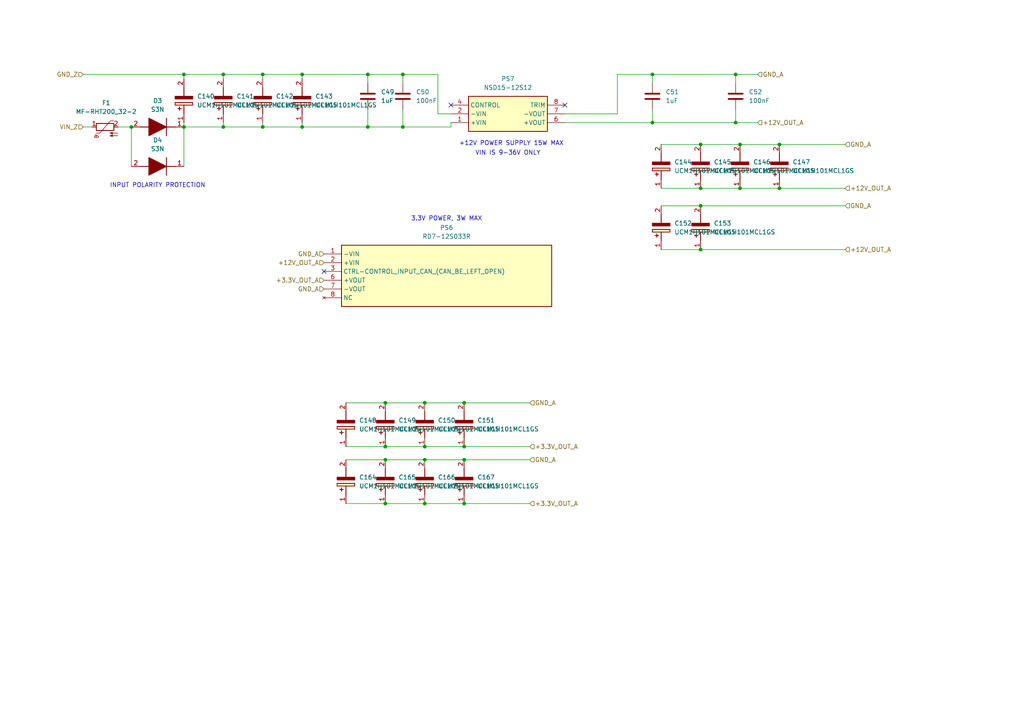
<source format=kicad_sch>
(kicad_sch (version 20250114) (generator "eeschema") (generator_version "9.0")
  (paper "A4")
  (lib_symbols
    (symbol "Device:C" (pin_numbers (hide yes)) (pin_names (offset 0.254))
      (property "Reference" "C" (at 0.635 2.54 0))
      (property "Value" "C" (at 0.635 -2.54 0))
      (symbol "C_0_1"
        (polyline (pts (xy -2.032 0.762) (xy 2.032 0.762)) (stroke (width 0.508)))
        (polyline (pts (xy -2.032 -0.762) (xy 2.032 -0.762)) (stroke (width 0.508)))
      )
      (symbol "C_1_1"
        (pin passive line (at 0 3.81 270) (length 2.794) (name "~") (number "1"))
        (pin passive line (at 0 -3.81 90) (length 2.794) (name "~") (number "2"))
      )
    )
    (symbol "InverterCom:MF-RHT200_32-2" (pin_names (hide yes))
      (property "Reference" "F" (at 8.89 6.35 0))
      (property "Value" "MF-RHT200_32-2" (at 8.89 3.81 0))
      (symbol "MF-RHT200_32-2_0_1"
        (arc (start 10.541 -2.794) (mid 10.7742 -3.069) (end 10.795 -3.429))
        (arc (start 10.287 -3.429) (mid 10.3614 -3.2494) (end 10.541 -3.175))
        (arc (start 10.541 -3.683) (mid 10.3614 -3.6086) (end 10.287 -3.429))
        (arc (start 10.795 -3.429) (mid 10.7206 -3.6086) (end 10.541 -3.683))
        (rectangle (start 10.795 0.381) (end 15.875 -1.651) (stroke (width 0.254)))
        (polyline (pts (xy 10.795 -2.413) (xy 11.811 -2.413) (xy 14.859 1.143) (xy 15.875 1.143)))
        (arc (start 10.922 -3.81) (mid 11.0185 -3.6856) (end 11.176 -3.683))
        (polyline (pts (xy 11.176 -3.175) (xy 10.541 -3.175)))
        (arc (start 11.176 -3.175) (mid 11.3556 -3.2494) (end 11.43 -3.429))
        (arc (start 11.43 -3.429) (mid 11.3556 -3.6086) (end 11.176 -3.683))
        (polyline (pts (xy 17.018 -2.413) (xy 14.732 -2.413) (xy 15.494 -2.667) (xy 15.494 -2.159) (xy 14.732 -2.413) (xy 14.986 -2.413)) (fill (type outline)))
        (polyline (pts (xy 17.018 -3.175) (xy 14.732 -3.175) (xy 15.494 -3.429) (xy 15.494 -2.921) (xy 14.732 -3.175) (xy 14.986 -3.175)) (fill (type outline)))
      )
      (symbol "MF-RHT200_32-2_1_1"
        (pin passive line (at 9.525 -0.635 0) (length 1.27) (name "~") (number "1"))
        (pin passive line (at 17.145 -0.635 180) (length 1.27) (name "~") (number "2"))
      )
    )
    (symbol "InverterCom:NSD15-12S12"
      (property "Reference" "PS" (at 29.21 7.62 0))
      (property "Value" "NSD15-12S12" (at 29.21 5.08 0))
      (symbol "NSD15-12S12_1_1"
        (rectangle (start 5.08 2.54) (end 27.94 -7.62) (stroke (width 0.254)) (fill (type background)))
        (pin passive line (at 0 0 0) (length 5.08) (name "CONTROL") (number "4"))
        (pin passive line (at 0 -2.54 0) (length 5.08) (name "-VIN") (number "2"))
        (pin passive line (at 0 -5.08 0) (length 5.08) (name "+VIN") (number "1"))
        (pin passive line (at 33.02 0 180) (length 5.08) (name "TRIM") (number "8"))
        (pin passive line (at 33.02 -2.54 180) (length 5.08) (name "-VOUT") (number "7"))
        (pin power_out line (at 33.02 -5.08 180) (length 5.08) (name "+VOUT") (number "6"))
      )
    )
    (symbol "InverterCom:RD7-12S033R"
      (property "Reference" "PS" (at 67.31 7.62 0))
      (property "Value" "RD7-12S033R" (at 67.31 5.08 0))
      (symbol "RD7-12S033R_1_1"
        (rectangle (start 5.08 2.54) (end 66.04 -15.24) (stroke (width 0.254)) (fill (type background)))
        (pin passive line (at 0 0 0) (length 5.08) (name "-VIN") (number "1"))
        (pin passive line (at 0 -2.54 0) (length 5.08) (name "+VIN") (number "2"))
        (pin passive line (at 0 -5.08 0) (length 5.08) (name "CTRL-CONTROL_INPUT_CAN_(CAN_BE_LEFT_OPEN)") (number "3"))
        (pin passive line (at 0 -7.62 0) (length 5.08) (name "+VOUT") (number "6"))
        (pin passive line (at 0 -10.16 0) (length 5.08) (name "-VOUT") (number "7"))
        (pin no_connect line (at 0 -12.7 0) (length 5.08) (name "NC") (number "8"))
      )
    )
    (symbol "InverterCom:S3N" (pin_names (hide yes))
      (property "Reference" "D" (at 11.43 5.08 0))
      (property "Value" "S3N" (at 11.43 2.54 0))
      (symbol "S3N_1_1"
        (polyline (pts (xy 2.54 0) (xy 5.08 0)) (stroke (width 0.254)))
        (polyline (pts (xy 5.08 2.54) (xy 5.08 -2.54)) (stroke (width 0.254)))
        (polyline (pts (xy 5.08 0) (xy 10.16 2.54) (xy 10.16 -2.54) (xy 5.08 0)) (stroke (width 0.254)) (fill (type outline)))
        (polyline (pts (xy 10.16 0) (xy 12.7 0)) (stroke (width 0.254)))
        (pin passive line (at 0 0 0) (length 2.54) (name "K") (number "1"))
        (pin passive line (at 15.24 0 180) (length 2.54) (name "A") (number "2"))
      )
    )
    (symbol "InverterCom:UCM1H101MCL1GS" (pin_names (hide yes))
      (property "Reference" "C" (at 8.89 6.35 0))
      (property "Value" "UCM1H101MCL1GS" (at 8.89 3.81 0))
      (symbol "UCM1H101MCL1GS_1_1"
        (polyline (pts (xy 2.54 0) (xy 5.08 0)) (stroke (width 0.254)))
        (polyline (pts (xy 4.064 1.778) (xy 4.064 0.762)) (stroke (width 0.254)))
        (polyline (pts (xy 4.572 1.27) (xy 3.556 1.27)) (stroke (width 0.254)))
        (rectangle (start 5.08 2.54) (end 5.842 -2.54) (stroke (width 0.254)) (fill (type background)))
        (polyline (pts (xy 7.62 2.54) (xy 7.62 -2.54) (xy 6.858 -2.54) (xy 6.858 2.54) (xy 7.62 2.54)) (stroke (width 0.254)) (fill (type outline)))
        (polyline (pts (xy 7.62 0) (xy 10.16 0)) (stroke (width 0.254)))
        (pin passive line (at 0 0 0) (length 2.54) (name "+") (number "1"))
        (pin passive line (at 12.7 0 180) (length 2.54) (name "-") (number "2"))
      )
    )
  )
  (text "VIN IS 9-36V ONLY" (at 147.32 44.45 0) (effects (font (size 1.27 1.27))))
  (text "INPUT POLARITY PROTECTION" (at 45.72 53.848 0) (effects (font (size 1.27 1.27))))
  (text "3.3V POWER, 3W MAX" (at 129.54 63.5 0) (effects (font (size 1.27 1.27))))
  (text "+12V POWER SUPPLY 15W MAX" (at 148.336 41.656 0) (effects (font (size 1.27 1.27))))
  (junction (at 111.76 133.35))
  (junction (at 226.06 54.61))
  (junction (at 123.19 129.54))
  (junction (at 64.77 36.83))
  (junction (at 53.34 21.59))
  (junction (at 106.68 21.59))
  (junction (at 214.63 41.91))
  (junction (at 134.62 129.54))
  (junction (at 123.19 146.05))
  (junction (at 64.77 21.59))
  (junction (at 106.68 36.83))
  (junction (at 189.23 21.59))
  (junction (at 123.19 116.84))
  (junction (at 111.76 129.54))
  (junction (at 214.63 54.61))
  (junction (at 189.23 35.56))
  (junction (at 123.19 133.35))
  (junction (at 134.62 116.84))
  (junction (at 38.1 36.83))
  (junction (at 203.2 54.61))
  (junction (at 203.2 72.39))
  (junction (at 87.63 36.83))
  (junction (at 213.36 21.59))
  (junction (at 213.36 35.56))
  (junction (at 76.2 36.83))
  (junction (at 134.62 133.35))
  (junction (at 203.2 59.69))
  (junction (at 111.76 146.05))
  (junction (at 87.63 21.59))
  (junction (at 111.76 116.84))
  (junction (at 116.84 21.59))
  (junction (at 116.84 36.83))
  (junction (at 76.2 21.59))
  (junction (at 53.34 36.83))
  (junction (at 134.62 146.05))
  (junction (at 226.06 41.91))
  (junction (at 203.2 41.91))
  (no_connect (at 163.83 30.48))
  (no_connect (at 93.98 78.74))
  (no_connect (at 130.81 30.48))
  (wire (pts (xy 191.77 72.39) (xy 203.2 72.39)))
  (wire (pts (xy 203.2 72.39) (xy 245.11 72.39)))
  (wire (pts (xy 116.84 21.59) (xy 106.68 21.59)))
  (wire (pts (xy 214.63 54.61) (xy 226.06 54.61)))
  (wire (pts (xy 53.34 21.59) (xy 64.77 21.59)))
  (wire (pts (xy 179.07 33.02) (xy 179.07 21.59)))
  (wire (pts (xy 76.2 21.59) (xy 76.2 22.86)))
  (wire (pts (xy 24.13 21.59) (xy 53.34 21.59)))
  (wire (pts (xy 34.29 36.83) (xy 38.1 36.83)))
  (wire (pts (xy 213.36 31.75) (xy 213.36 35.56)))
  (wire (pts (xy 226.06 54.61) (xy 245.11 54.61)))
  (wire (pts (xy 127 33.02) (xy 127 21.59)))
  (wire (pts (xy 111.76 129.54) (xy 123.19 129.54)))
  (wire (pts (xy 213.36 21.59) (xy 213.36 24.13)))
  (wire (pts (xy 163.83 35.56) (xy 189.23 35.56)))
  (wire (pts (xy 191.77 59.69) (xy 203.2 59.69)))
  (wire (pts (xy 87.63 36.83) (xy 87.63 35.56)))
  (wire (pts (xy 123.19 116.84) (xy 134.62 116.84)))
  (wire (pts (xy 203.2 41.91) (xy 214.63 41.91)))
  (wire (pts (xy 24.13 36.83) (xy 26.67 36.83)))
  (wire (pts (xy 111.76 116.84) (xy 123.19 116.84)))
  (wire (pts (xy 189.23 24.13) (xy 189.23 21.59)))
  (wire (pts (xy 213.36 35.56) (xy 219.71 35.56)))
  (wire (pts (xy 127 21.59) (xy 116.84 21.59)))
  (wire (pts (xy 76.2 36.83) (xy 76.2 35.56)))
  (wire (pts (xy 76.2 21.59) (xy 87.63 21.59)))
  (wire (pts (xy 226.06 41.91) (xy 245.11 41.91)))
  (wire (pts (xy 76.2 36.83) (xy 87.63 36.83)))
  (wire (pts (xy 116.84 36.83) (xy 130.81 36.83)))
  (wire (pts (xy 214.63 41.91) (xy 226.06 41.91)))
  (wire (pts (xy 64.77 36.83) (xy 64.77 35.56)))
  (wire (pts (xy 100.33 129.54) (xy 111.76 129.54)))
  (wire (pts (xy 38.1 36.83) (xy 38.1 48.26)))
  (wire (pts (xy 64.77 22.86) (xy 64.77 21.59)))
  (wire (pts (xy 100.33 116.84) (xy 111.76 116.84)))
  (wire (pts (xy 163.83 33.02) (xy 179.07 33.02)))
  (wire (pts (xy 189.23 21.59) (xy 213.36 21.59)))
  (wire (pts (xy 134.62 146.05) (xy 153.67 146.05)))
  (wire (pts (xy 116.84 31.75) (xy 116.84 36.83)))
  (wire (pts (xy 123.19 146.05) (xy 134.62 146.05)))
  (wire (pts (xy 203.2 54.61) (xy 214.63 54.61)))
  (wire (pts (xy 123.19 129.54) (xy 134.62 129.54)))
  (wire (pts (xy 116.84 21.59) (xy 116.84 24.13)))
  (wire (pts (xy 191.77 54.61) (xy 203.2 54.61)))
  (wire (pts (xy 123.19 133.35) (xy 134.62 133.35)))
  (wire (pts (xy 53.34 36.83) (xy 53.34 48.26)))
  (wire (pts (xy 111.76 146.05) (xy 123.19 146.05)))
  (wire (pts (xy 87.63 21.59) (xy 106.68 21.59)))
  (wire (pts (xy 53.34 35.56) (xy 53.34 36.83)))
  (wire (pts (xy 53.34 36.83) (xy 64.77 36.83)))
  (wire (pts (xy 87.63 36.83) (xy 106.68 36.83)))
  (wire (pts (xy 189.23 31.75) (xy 189.23 35.56)))
  (wire (pts (xy 134.62 116.84) (xy 153.67 116.84)))
  (wire (pts (xy 213.36 21.59) (xy 219.71 21.59)))
  (wire (pts (xy 87.63 21.59) (xy 87.63 22.86)))
  (wire (pts (xy 106.68 24.13) (xy 106.68 21.59)))
  (wire (pts (xy 130.81 33.02) (xy 127 33.02)))
  (wire (pts (xy 64.77 21.59) (xy 76.2 21.59)))
  (wire (pts (xy 106.68 31.75) (xy 106.68 36.83)))
  (wire (pts (xy 203.2 59.69) (xy 245.11 59.69)))
  (wire (pts (xy 191.77 41.91) (xy 203.2 41.91)))
  (wire (pts (xy 64.77 36.83) (xy 76.2 36.83)))
  (wire (pts (xy 130.81 36.83) (xy 130.81 35.56)))
  (wire (pts (xy 53.34 21.59) (xy 53.34 22.86)))
  (wire (pts (xy 106.68 36.83) (xy 116.84 36.83)))
  (wire (pts (xy 100.33 146.05) (xy 111.76 146.05)))
  (wire (pts (xy 179.07 21.59) (xy 189.23 21.59)))
  (wire (pts (xy 134.62 133.35) (xy 153.67 133.35)))
  (wire (pts (xy 189.23 35.56) (xy 213.36 35.56)))
  (wire (pts (xy 134.62 129.54) (xy 153.67 129.54)))
  (wire (pts (xy 111.76 133.35) (xy 123.19 133.35)))
  (wire (pts (xy 100.33 133.35) (xy 111.76 133.35)))
  (hierarchical_label "+12V_OUT_A" (shape input) (at 219.71 35.56 0))
  (hierarchical_label "GND_A" (shape input) (at 245.11 59.69 0))
  (hierarchical_label "GND_A" (shape input) (at 93.98 83.82 180))
  (hierarchical_label "GND_A" (shape input) (at 245.11 41.91 0))
  (hierarchical_label "+12V_OUT_A" (shape input) (at 245.11 72.39 0))
  (hierarchical_label "+3.3V_OUT_A" (shape input) (at 93.98 81.28 180))
  (hierarchical_label "GND_A" (shape input) (at 153.67 116.84 0))
  (hierarchical_label "VIN_Z" (shape input) (at 24.13 36.83 180))
  (hierarchical_label "GND_A" (shape input) (at 153.67 133.35 0))
  (hierarchical_label "+3.3V_OUT_A" (shape input) (at 153.67 146.05 0))
  (hierarchical_label "GND_A" (shape input) (at 93.98 73.66 180))
  (hierarchical_label "+12V_OUT_A" (shape input) (at 93.98 76.2 180))
  (hierarchical_label "+12V_OUT_A" (shape input) (at 245.11 54.61 0))
  (hierarchical_label "+3.3V_OUT_A" (shape input) (at 153.67 129.54 0))
  (hierarchical_label "GND_Z" (shape input) (at 24.13 21.59 180))
  (hierarchical_label "GND_A" (shape input) (at 219.71 21.59 0))
  (symbol (lib_id "InverterCom:UCM1H101MCL1GS") (at 203.2 54.61 90) (unit 1)
    (property "Reference" "C145" (at 207.01 46.9899 90) (effects (justify right)))
    (property "Value" "UCM1H101MCL1GS" (at 207.01 49.5299 90) (effects (justify right)))
    (property "Footprint" "InverterCom:CAPAE660X800N" (effects (hide yes)))
    (property "Datasheet" "http://www.nichicon.co.jp/english/products/pdfs/e-ucm.pdf" (effects (hide yes)))
    (property "Description" "Nichicon 100uF 50 V Aluminium Electrolytic Capacitor SMD, CM Series 2000h 6.3 (Dia.) x 7.7mm" (effects (hide yes)))
    (property "Height" "8" (effects (hide yes)))
    (property "Mouser Part Number" "647-UCM1H101MCL1GS" (effects (hide yes)))
    (property "Mouser Price/Stock" "https://www.mouser.co.uk/ProductDetail/Nichicon/UCM1H101MCL1GS?qs=DSgADHjnLTkk%252B%2Fewo0WoDQ%3D%3D" (effects (hide yes)))
    (property "Manufacturer_Name" "Nichicon" (effects (hide yes)))
    (property "Manufacturer_Part_Number" "UCM1H101MCL1GS" (effects (hide yes)))
  )
  (symbol (lib_id "InverterCom:UCM1H101MCL1GS") (at 64.77 35.56 90) (unit 1)
    (property "Reference" "C141" (at 68.58 27.9399 90) (effects (justify right)))
    (property "Value" "UCM1H101MCL1GS" (at 68.58 30.4799 90) (effects (justify right)))
    (property "Footprint" "InverterCom:CAPAE660X800N" (effects (hide yes)))
    (property "Datasheet" "http://www.nichicon.co.jp/english/products/pdfs/e-ucm.pdf" (effects (hide yes)))
    (property "Description" "Nichicon 100uF 50 V Aluminium Electrolytic Capacitor SMD, CM Series 2000h 6.3 (Dia.) x 7.7mm" (effects (hide yes)))
    (property "Height" "8" (effects (hide yes)))
    (property "Mouser Part Number" "647-UCM1H101MCL1GS" (effects (hide yes)))
    (property "Mouser Price/Stock" "https://www.mouser.co.uk/ProductDetail/Nichicon/UCM1H101MCL1GS?qs=DSgADHjnLTkk%252B%2Fewo0WoDQ%3D%3D" (effects (hide yes)))
    (property "Manufacturer_Name" "Nichicon" (effects (hide yes)))
    (property "Manufacturer_Part_Number" "UCM1H101MCL1GS" (effects (hide yes)))
  )
  (symbol (lib_id "Device:C") (at 213.36 27.94 0) (unit 1)
    (property "Reference" "C52" (at 217.17 26.6699 0) (effects (justify left)))
    (property "Value" "100nF" (at 217.17 29.21 0) (effects (justify left)))
    (property "Footprint" "Capacitor_SMD:C_1210_3225Metric_Pad1.33x2.70mm_HandSolder" (effects (hide yes)))
    (property "Description" "Unpolarized capacitor" (effects (hide yes)))
  )
  (symbol (lib_id "InverterCom:UCM1H101MCL1GS") (at 100.33 146.05 90) (unit 1)
    (property "Reference" "C164" (at 104.14 138.4299 90) (effects (justify right)))
    (property "Value" "UCM1H101MCL1GS" (at 104.14 140.9699 90) (effects (justify right)))
    (property "Footprint" "InverterCom:CAPAE660X800N" (effects (hide yes)))
    (property "Datasheet" "http://www.nichicon.co.jp/english/products/pdfs/e-ucm.pdf" (effects (hide yes)))
    (property "Description" "Nichicon 100uF 50 V Aluminium Electrolytic Capacitor SMD, CM Series 2000h 6.3 (Dia.) x 7.7mm" (effects (hide yes)))
    (property "Height" "8" (effects (hide yes)))
    (property "Mouser Part Number" "647-UCM1H101MCL1GS" (effects (hide yes)))
    (property "Mouser Price/Stock" "https://www.mouser.co.uk/ProductDetail/Nichicon/UCM1H101MCL1GS?qs=DSgADHjnLTkk%252B%2Fewo0WoDQ%3D%3D" (effects (hide yes)))
    (property "Manufacturer_Name" "Nichicon" (effects (hide yes)))
    (property "Manufacturer_Part_Number" "UCM1H101MCL1GS" (effects (hide yes)))
  )
  (symbol (lib_id "InverterCom:UCM1H101MCL1GS") (at 87.63 35.56 90) (unit 1)
    (property "Reference" "C143" (at 91.44 27.9399 90) (effects (justify right)))
    (property "Value" "UCM1H101MCL1GS" (at 91.44 30.4799 90) (effects (justify right)))
    (property "Footprint" "InverterCom:CAPAE660X800N" (effects (hide yes)))
    (property "Datasheet" "http://www.nichicon.co.jp/english/products/pdfs/e-ucm.pdf" (effects (hide yes)))
    (property "Description" "Nichicon 100uF 50 V Aluminium Electrolytic Capacitor SMD, CM Series 2000h 6.3 (Dia.) x 7.7mm" (effects (hide yes)))
    (property "Height" "8" (effects (hide yes)))
    (property "Mouser Part Number" "647-UCM1H101MCL1GS" (effects (hide yes)))
    (property "Mouser Price/Stock" "https://www.mouser.co.uk/ProductDetail/Nichicon/UCM1H101MCL1GS?qs=DSgADHjnLTkk%252B%2Fewo0WoDQ%3D%3D" (effects (hide yes)))
    (property "Manufacturer_Name" "Nichicon" (effects (hide yes)))
    (property "Manufacturer_Part_Number" "UCM1H101MCL1GS" (effects (hide yes)))
  )
  (symbol (lib_id "InverterCom:UCM1H101MCL1GS") (at 226.06 54.61 90) (unit 1)
    (property "Reference" "C147" (at 229.87 46.9899 90) (effects (justify right)))
    (property "Value" "UCM1H101MCL1GS" (at 229.87 49.5299 90) (effects (justify right)))
    (property "Footprint" "InverterCom:CAPAE660X800N" (effects (hide yes)))
    (property "Datasheet" "http://www.nichicon.co.jp/english/products/pdfs/e-ucm.pdf" (effects (hide yes)))
    (property "Description" "Nichicon 100uF 50 V Aluminium Electrolytic Capacitor SMD, CM Series 2000h 6.3 (Dia.) x 7.7mm" (effects (hide yes)))
    (property "Height" "8" (effects (hide yes)))
    (property "Mouser Part Number" "647-UCM1H101MCL1GS" (effects (hide yes)))
    (property "Mouser Price/Stock" "https://www.mouser.co.uk/ProductDetail/Nichicon/UCM1H101MCL1GS?qs=DSgADHjnLTkk%252B%2Fewo0WoDQ%3D%3D" (effects (hide yes)))
    (property "Manufacturer_Name" "Nichicon" (effects (hide yes)))
    (property "Manufacturer_Part_Number" "UCM1H101MCL1GS" (effects (hide yes)))
  )
  (symbol (lib_id "InverterCom:NSD15-12S12") (at 130.81 30.48 0) (unit 1)
    (property "Reference" "PS7" (at 147.32 22.86 0))
    (property "Value" "NSD15-12S12" (at 147.32 25.4 0))
    (property "Footprint" "InverterCom:NSD1512S12" (effects (hide yes)))
    (property "Datasheet" "https://www.meanwellusa.com/webapp/product/search.aspx?prod=NSD15-S" (effects (hide yes)))
    (property "Description" "Isolated DC/DC Converters 15W 12V/1.25A W/EMI FILTER" (effects (hide yes)))
    (property "Height" "9.82" (effects (hide yes)))
    (property "Mouser Part Number" "709-NSD15-12S12" (effects (hide yes)))
    (property "Mouser Price/Stock" "https://www.mouser.co.uk/ProductDetail/MEAN-WELL/NSD15-12S12?qs=l0g2inPJSHOlwI9uYxJDvg%3D%3D" (effects (hide yes)))
    (property "Manufacturer_Name" "Mean Well" (effects (hide yes)))
    (property "Manufacturer_Part_Number" "NSD15-12S12" (effects (hide yes)))
  )
  (symbol (lib_id "Device:C") (at 106.68 27.94 0) (unit 1)
    (property "Reference" "C49" (at 110.49 26.6699 0) (effects (justify left)))
    (property "Value" "1uF" (at 110.49 29.2099 0) (effects (justify left)))
    (property "Footprint" "Capacitor_SMD:C_1210_3225Metric_Pad1.33x2.70mm_HandSolder" (effects (hide yes)))
    (property "Description" "Unpolarized capacitor" (effects (hide yes)))
  )
  (symbol (lib_id "Device:C") (at 189.23 27.94 0) (unit 1)
    (property "Reference" "C51" (at 193.04 26.6699 0) (effects (justify left)))
    (property "Value" "1uF" (at 193.04 29.2099 0) (effects (justify left)))
    (property "Footprint" "Capacitor_SMD:C_1210_3225Metric_Pad1.33x2.70mm_HandSolder" (effects (hide yes)))
    (property "Description" "Unpolarized capacitor" (effects (hide yes)))
  )
  (symbol (lib_id "InverterCom:UCM1H101MCL1GS") (at 111.76 129.54 90) (unit 1)
    (property "Reference" "C149" (at 115.57 121.9199 90) (effects (justify right)))
    (property "Value" "UCM1H101MCL1GS" (at 115.57 124.4599 90) (effects (justify right)))
    (property "Footprint" "InverterCom:CAPAE660X800N" (effects (hide yes)))
    (property "Datasheet" "http://www.nichicon.co.jp/english/products/pdfs/e-ucm.pdf" (effects (hide yes)))
    (property "Description" "Nichicon 100uF 50 V Aluminium Electrolytic Capacitor SMD, CM Series 2000h 6.3 (Dia.) x 7.7mm" (effects (hide yes)))
    (property "Height" "8" (effects (hide yes)))
    (property "Mouser Part Number" "647-UCM1H101MCL1GS" (effects (hide yes)))
    (property "Mouser Price/Stock" "https://www.mouser.co.uk/ProductDetail/Nichicon/UCM1H101MCL1GS?qs=DSgADHjnLTkk%252B%2Fewo0WoDQ%3D%3D" (effects (hide yes)))
    (property "Manufacturer_Name" "Nichicon" (effects (hide yes)))
    (property "Manufacturer_Part_Number" "UCM1H101MCL1GS" (effects (hide yes)))
  )
  (symbol (lib_id "InverterCom:UCM1H101MCL1GS") (at 214.63 54.61 90) (unit 1)
    (property "Reference" "C146" (at 218.44 46.9899 90) (effects (justify right)))
    (property "Value" "UCM1H101MCL1GS" (at 218.44 49.5299 90) (effects (justify right)))
    (property "Footprint" "InverterCom:CAPAE660X800N" (effects (hide yes)))
    (property "Datasheet" "http://www.nichicon.co.jp/english/products/pdfs/e-ucm.pdf" (effects (hide yes)))
    (property "Description" "Nichicon 100uF 50 V Aluminium Electrolytic Capacitor SMD, CM Series 2000h 6.3 (Dia.) x 7.7mm" (effects (hide yes)))
    (property "Height" "8" (effects (hide yes)))
    (property "Mouser Part Number" "647-UCM1H101MCL1GS" (effects (hide yes)))
    (property "Mouser Price/Stock" "https://www.mouser.co.uk/ProductDetail/Nichicon/UCM1H101MCL1GS?qs=DSgADHjnLTkk%252B%2Fewo0WoDQ%3D%3D" (effects (hide yes)))
    (property "Manufacturer_Name" "Nichicon" (effects (hide yes)))
    (property "Manufacturer_Part_Number" "UCM1H101MCL1GS" (effects (hide yes)))
  )
  (symbol (lib_id "InverterCom:S3N") (at 53.34 48.26 180) (unit 1)
    (property "Reference" "D4" (at 45.72 40.64 0))
    (property "Value" "S3N" (at 45.72 43.18 0))
    (property "Footprint" "InverterCom:DIOM8059X265N" (effects (hide yes)))
    (property "Datasheet" "https://www.onsemi.com/pub/Collateral/S3N-D.PDF" (effects (hide yes)))
    (property "Description" "Glass-Passivated Junction.; High Breakdown Voltage Rating; Low-Profile Package; UL Flammability Classification: 94V-0" (effects (hide yes)))
    (property "Height" "2.65" (effects (hide yes)))
    (property "Mouser Part Number" "512-S3N" (effects (hide yes)))
    (property "Mouser Price/Stock" "https://www.mouser.co.uk/ProductDetail/onsemi-Fairchild/S3N?qs=1e7cUg5%2FiX9vmmrP5FC5Aw%3D%3D" (effects (hide yes)))
    (property "Manufacturer_Name" "onsemi" (effects (hide yes)))
    (property "Manufacturer_Part_Number" "S3N" (effects (hide yes)))
  )
  (symbol (lib_id "InverterCom:UCM1H101MCL1GS") (at 123.19 129.54 90) (unit 1)
    (property "Reference" "C150" (at 127 121.9199 90) (effects (justify right)))
    (property "Value" "UCM1H101MCL1GS" (at 127 124.4599 90) (effects (justify right)))
    (property "Footprint" "InverterCom:CAPAE660X800N" (effects (hide yes)))
    (property "Datasheet" "http://www.nichicon.co.jp/english/products/pdfs/e-ucm.pdf" (effects (hide yes)))
    (property "Description" "Nichicon 100uF 50 V Aluminium Electrolytic Capacitor SMD, CM Series 2000h 6.3 (Dia.) x 7.7mm" (effects (hide yes)))
    (property "Height" "8" (effects (hide yes)))
    (property "Mouser Part Number" "647-UCM1H101MCL1GS" (effects (hide yes)))
    (property "Mouser Price/Stock" "https://www.mouser.co.uk/ProductDetail/Nichicon/UCM1H101MCL1GS?qs=DSgADHjnLTkk%252B%2Fewo0WoDQ%3D%3D" (effects (hide yes)))
    (property "Manufacturer_Name" "Nichicon" (effects (hide yes)))
    (property "Manufacturer_Part_Number" "UCM1H101MCL1GS" (effects (hide yes)))
  )
  (symbol (lib_id "InverterCom:UCM1H101MCL1GS") (at 100.33 129.54 90) (unit 1)
    (property "Reference" "C148" (at 104.14 121.9199 90) (effects (justify right)))
    (property "Value" "UCM1H101MCL1GS" (at 104.14 124.4599 90) (effects (justify right)))
    (property "Footprint" "InverterCom:CAPAE660X800N" (effects (hide yes)))
    (property "Datasheet" "http://www.nichicon.co.jp/english/products/pdfs/e-ucm.pdf" (effects (hide yes)))
    (property "Description" "Nichicon 100uF 50 V Aluminium Electrolytic Capacitor SMD, CM Series 2000h 6.3 (Dia.) x 7.7mm" (effects (hide yes)))
    (property "Height" "8" (effects (hide yes)))
    (property "Mouser Part Number" "647-UCM1H101MCL1GS" (effects (hide yes)))
    (property "Mouser Price/Stock" "https://www.mouser.co.uk/ProductDetail/Nichicon/UCM1H101MCL1GS?qs=DSgADHjnLTkk%252B%2Fewo0WoDQ%3D%3D" (effects (hide yes)))
    (property "Manufacturer_Name" "Nichicon" (effects (hide yes)))
    (property "Manufacturer_Part_Number" "UCM1H101MCL1GS" (effects (hide yes)))
  )
  (symbol (lib_id "InverterCom:UCM1H101MCL1GS") (at 203.2 72.39 90) (unit 1)
    (property "Reference" "C153" (at 207.01 64.7699 90) (effects (justify right)))
    (property "Value" "UCM1H101MCL1GS" (at 207.01 67.3099 90) (effects (justify right)))
    (property "Footprint" "InverterCom:CAPAE660X800N" (effects (hide yes)))
    (property "Datasheet" "http://www.nichicon.co.jp/english/products/pdfs/e-ucm.pdf" (effects (hide yes)))
    (property "Description" "Nichicon 100uF 50 V Aluminium Electrolytic Capacitor SMD, CM Series 2000h 6.3 (Dia.) x 7.7mm" (effects (hide yes)))
    (property "Height" "8" (effects (hide yes)))
    (property "Mouser Part Number" "647-UCM1H101MCL1GS" (effects (hide yes)))
    (property "Mouser Price/Stock" "https://www.mouser.co.uk/ProductDetail/Nichicon/UCM1H101MCL1GS?qs=DSgADHjnLTkk%252B%2Fewo0WoDQ%3D%3D" (effects (hide yes)))
    (property "Manufacturer_Name" "Nichicon" (effects (hide yes)))
    (property "Manufacturer_Part_Number" "UCM1H101MCL1GS" (effects (hide yes)))
  )
  (symbol (lib_id "Device:C") (at 116.84 27.94 0) (unit 1)
    (property "Reference" "C50" (at 120.65 26.6699 0) (effects (justify left)))
    (property "Value" "100nF" (at 120.65 29.21 0) (effects (justify left)))
    (property "Footprint" "Capacitor_SMD:C_1210_3225Metric_Pad1.33x2.70mm_HandSolder" (effects (hide yes)))
    (property "Description" "Unpolarized capacitor" (effects (hide yes)))
  )
  (symbol (lib_id "InverterCom:UCM1H101MCL1GS") (at 123.19 146.05 90) (unit 1)
    (property "Reference" "C166" (at 127 138.4299 90) (effects (justify right)))
    (property "Value" "UCM1H101MCL1GS" (at 127 140.9699 90) (effects (justify right)))
    (property "Footprint" "InverterCom:CAPAE660X800N" (effects (hide yes)))
    (property "Datasheet" "http://www.nichicon.co.jp/english/products/pdfs/e-ucm.pdf" (effects (hide yes)))
    (property "Description" "Nichicon 100uF 50 V Aluminium Electrolytic Capacitor SMD, CM Series 2000h 6.3 (Dia.) x 7.7mm" (effects (hide yes)))
    (property "Height" "8" (effects (hide yes)))
    (property "Mouser Part Number" "647-UCM1H101MCL1GS" (effects (hide yes)))
    (property "Mouser Price/Stock" "https://www.mouser.co.uk/ProductDetail/Nichicon/UCM1H101MCL1GS?qs=DSgADHjnLTkk%252B%2Fewo0WoDQ%3D%3D" (effects (hide yes)))
    (property "Manufacturer_Name" "Nichicon" (effects (hide yes)))
    (property "Manufacturer_Part_Number" "UCM1H101MCL1GS" (effects (hide yes)))
  )
  (symbol (lib_id "InverterCom:UCM1H101MCL1GS") (at 76.2 35.56 90) (unit 1)
    (property "Reference" "C142" (at 80.01 27.9399 90) (effects (justify right)))
    (property "Value" "UCM1H101MCL1GS" (at 80.01 30.4799 90) (effects (justify right)))
    (property "Footprint" "InverterCom:CAPAE660X800N" (effects (hide yes)))
    (property "Datasheet" "http://www.nichicon.co.jp/english/products/pdfs/e-ucm.pdf" (effects (hide yes)))
    (property "Description" "Nichicon 100uF 50 V Aluminium Electrolytic Capacitor SMD, CM Series 2000h 6.3 (Dia.) x 7.7mm" (effects (hide yes)))
    (property "Height" "8" (effects (hide yes)))
    (property "Mouser Part Number" "647-UCM1H101MCL1GS" (effects (hide yes)))
    (property "Mouser Price/Stock" "https://www.mouser.co.uk/ProductDetail/Nichicon/UCM1H101MCL1GS?qs=DSgADHjnLTkk%252B%2Fewo0WoDQ%3D%3D" (effects (hide yes)))
    (property "Manufacturer_Name" "Nichicon" (effects (hide yes)))
    (property "Manufacturer_Part_Number" "UCM1H101MCL1GS" (effects (hide yes)))
  )
  (symbol (lib_id "InverterCom:UCM1H101MCL1GS") (at 134.62 129.54 90) (unit 1)
    (property "Reference" "C151" (at 138.43 121.9199 90) (effects (justify right)))
    (property "Value" "UCM1H101MCL1GS" (at 138.43 124.4599 90) (effects (justify right)))
    (property "Footprint" "InverterCom:CAPAE660X800N" (effects (hide yes)))
    (property "Datasheet" "http://www.nichicon.co.jp/english/products/pdfs/e-ucm.pdf" (effects (hide yes)))
    (property "Description" "Nichicon 100uF 50 V Aluminium Electrolytic Capacitor SMD, CM Series 2000h 6.3 (Dia.) x 7.7mm" (effects (hide yes)))
    (property "Height" "8" (effects (hide yes)))
    (property "Mouser Part Number" "647-UCM1H101MCL1GS" (effects (hide yes)))
    (property "Mouser Price/Stock" "https://www.mouser.co.uk/ProductDetail/Nichicon/UCM1H101MCL1GS?qs=DSgADHjnLTkk%252B%2Fewo0WoDQ%3D%3D" (effects (hide yes)))
    (property "Manufacturer_Name" "Nichicon" (effects (hide yes)))
    (property "Manufacturer_Part_Number" "UCM1H101MCL1GS" (effects (hide yes)))
  )
  (symbol (lib_id "InverterCom:RD7-12S033R") (at 93.98 73.66 0) (unit 1)
    (property "Reference" "PS6" (at 129.54 66.04 0))
    (property "Value" "RD7-12S033R" (at 129.54 68.58 0))
    (property "Footprint" "InverterCom:RD712S033R" (effects (hide yes)))
    (property "Datasheet" "https://app.adam-tech.com/products/download/data_sheet/247025/rd7-12s033r-data-sheet.pdf" (effects (hide yes)))
    (property "Description" "Isolated DC/DC Converters - Through Hole DC-DC Converter, Isolated Module, Single Output, 9V-18VDC Input, 3.3VDC, 3W" (effects (hide yes)))
    (property "Height" "11.6" (effects (hide yes)))
    (property "Manufacturer_Name" "Adam Tech" (effects (hide yes)))
    (property "Manufacturer_Part_Number" "RD7-12S033R" (effects (hide yes)))
  )
  (symbol (lib_id "InverterCom:UCM1H101MCL1GS") (at 191.77 54.61 90) (unit 1)
    (property "Reference" "C144" (at 195.58 46.9899 90) (effects (justify right)))
    (property "Value" "UCM1H101MCL1GS" (at 195.58 49.5299 90) (effects (justify right)))
    (property "Footprint" "InverterCom:CAPAE660X800N" (effects (hide yes)))
    (property "Datasheet" "http://www.nichicon.co.jp/english/products/pdfs/e-ucm.pdf" (effects (hide yes)))
    (property "Description" "Nichicon 100uF 50 V Aluminium Electrolytic Capacitor SMD, CM Series 2000h 6.3 (Dia.) x 7.7mm" (effects (hide yes)))
    (property "Height" "8" (effects (hide yes)))
    (property "Mouser Part Number" "647-UCM1H101MCL1GS" (effects (hide yes)))
    (property "Mouser Price/Stock" "https://www.mouser.co.uk/ProductDetail/Nichicon/UCM1H101MCL1GS?qs=DSgADHjnLTkk%252B%2Fewo0WoDQ%3D%3D" (effects (hide yes)))
    (property "Manufacturer_Name" "Nichicon" (effects (hide yes)))
    (property "Manufacturer_Part_Number" "UCM1H101MCL1GS" (effects (hide yes)))
  )
  (symbol (lib_id "InverterCom:UCM1H101MCL1GS") (at 191.77 72.39 90) (unit 1)
    (property "Reference" "C152" (at 195.58 64.7699 90) (effects (justify right)))
    (property "Value" "UCM1H101MCL1GS" (at 195.58 67.3099 90) (effects (justify right)))
    (property "Footprint" "InverterCom:CAPAE660X800N" (effects (hide yes)))
    (property "Datasheet" "http://www.nichicon.co.jp/english/products/pdfs/e-ucm.pdf" (effects (hide yes)))
    (property "Description" "Nichicon 100uF 50 V Aluminium Electrolytic Capacitor SMD, CM Series 2000h 6.3 (Dia.) x 7.7mm" (effects (hide yes)))
    (property "Height" "8" (effects (hide yes)))
    (property "Mouser Part Number" "647-UCM1H101MCL1GS" (effects (hide yes)))
    (property "Mouser Price/Stock" "https://www.mouser.co.uk/ProductDetail/Nichicon/UCM1H101MCL1GS?qs=DSgADHjnLTkk%252B%2Fewo0WoDQ%3D%3D" (effects (hide yes)))
    (property "Manufacturer_Name" "Nichicon" (effects (hide yes)))
    (property "Manufacturer_Part_Number" "UCM1H101MCL1GS" (effects (hide yes)))
  )
  (symbol (lib_id "InverterCom:UCM1H101MCL1GS") (at 111.76 146.05 90) (unit 1)
    (property "Reference" "C165" (at 115.57 138.4299 90) (effects (justify right)))
    (property "Value" "UCM1H101MCL1GS" (at 115.57 140.9699 90) (effects (justify right)))
    (property "Footprint" "InverterCom:CAPAE660X800N" (effects (hide yes)))
    (property "Datasheet" "http://www.nichicon.co.jp/english/products/pdfs/e-ucm.pdf" (effects (hide yes)))
    (property "Description" "Nichicon 100uF 50 V Aluminium Electrolytic Capacitor SMD, CM Series 2000h 6.3 (Dia.) x 7.7mm" (effects (hide yes)))
    (property "Height" "8" (effects (hide yes)))
    (property "Mouser Part Number" "647-UCM1H101MCL1GS" (effects (hide yes)))
    (property "Mouser Price/Stock" "https://www.mouser.co.uk/ProductDetail/Nichicon/UCM1H101MCL1GS?qs=DSgADHjnLTkk%252B%2Fewo0WoDQ%3D%3D" (effects (hide yes)))
    (property "Manufacturer_Name" "Nichicon" (effects (hide yes)))
    (property "Manufacturer_Part_Number" "UCM1H101MCL1GS" (effects (hide yes)))
  )
  (symbol (lib_id "InverterCom:UCM1H101MCL1GS") (at 134.62 146.05 90) (unit 1)
    (property "Reference" "C167" (at 138.43 138.4299 90) (effects (justify right)))
    (property "Value" "UCM1H101MCL1GS" (at 138.43 140.9699 90) (effects (justify right)))
    (property "Footprint" "InverterCom:CAPAE660X800N" (effects (hide yes)))
    (property "Datasheet" "http://www.nichicon.co.jp/english/products/pdfs/e-ucm.pdf" (effects (hide yes)))
    (property "Description" "Nichicon 100uF 50 V Aluminium Electrolytic Capacitor SMD, CM Series 2000h 6.3 (Dia.) x 7.7mm" (effects (hide yes)))
    (property "Height" "8" (effects (hide yes)))
    (property "Mouser Part Number" "647-UCM1H101MCL1GS" (effects (hide yes)))
    (property "Mouser Price/Stock" "https://www.mouser.co.uk/ProductDetail/Nichicon/UCM1H101MCL1GS?qs=DSgADHjnLTkk%252B%2Fewo0WoDQ%3D%3D" (effects (hide yes)))
    (property "Manufacturer_Name" "Nichicon" (effects (hide yes)))
    (property "Manufacturer_Part_Number" "UCM1H101MCL1GS" (effects (hide yes)))
  )
  (symbol (lib_id "InverterCom:S3N") (at 53.34 36.83 180) (unit 1)
    (property "Reference" "D3" (at 45.72 29.21 0))
    (property "Value" "S3N" (at 45.72 31.75 0))
    (property "Footprint" "InverterCom:DIOM8059X265N" (effects (hide yes)))
    (property "Datasheet" "https://www.onsemi.com/pub/Collateral/S3N-D.PDF" (effects (hide yes)))
    (property "Description" "Glass-Passivated Junction.; High Breakdown Voltage Rating; Low-Profile Package; UL Flammability Classification: 94V-0" (effects (hide yes)))
    (property "Height" "2.65" (effects (hide yes)))
    (property "Mouser Part Number" "512-S3N" (effects (hide yes)))
    (property "Mouser Price/Stock" "https://www.mouser.co.uk/ProductDetail/onsemi-Fairchild/S3N?qs=1e7cUg5%2FiX9vmmrP5FC5Aw%3D%3D" (effects (hide yes)))
    (property "Manufacturer_Name" "onsemi" (effects (hide yes)))
    (property "Manufacturer_Part_Number" "S3N" (effects (hide yes)))
  )
  (symbol (lib_id "InverterCom:UCM1H101MCL1GS") (at 53.34 35.56 90) (unit 1)
    (property "Reference" "C140" (at 57.15 27.9399 90) (effects (justify right)))
    (property "Value" "UCM1H101MCL1GS" (at 57.15 30.4799 90) (effects (justify right)))
    (property "Footprint" "InverterCom:CAPAE660X800N" (effects (hide yes)))
    (property "Datasheet" "http://www.nichicon.co.jp/english/products/pdfs/e-ucm.pdf" (effects (hide yes)))
    (property "Description" "Nichicon 100uF 50 V Aluminium Electrolytic Capacitor SMD, CM Series 2000h 6.3 (Dia.) x 7.7mm" (effects (hide yes)))
    (property "Height" "8" (effects (hide yes)))
    (property "Mouser Part Number" "647-UCM1H101MCL1GS" (effects (hide yes)))
    (property "Mouser Price/Stock" "https://www.mouser.co.uk/ProductDetail/Nichicon/UCM1H101MCL1GS?qs=DSgADHjnLTkk%252B%2Fewo0WoDQ%3D%3D" (effects (hide yes)))
    (property "Manufacturer_Name" "Nichicon" (effects (hide yes)))
    (property "Manufacturer_Part_Number" "UCM1H101MCL1GS" (effects (hide yes)))
  )
  (symbol (lib_id "InverterCom:MF-RHT200_32-2") (at 17.145 36.195 0) (unit 1)
    (property "Reference" "F1" (at 30.7975 29.845 0))
    (property "Value" "MF-RHT200_32-2" (at 30.7975 32.385 0))
    (property "Footprint" "InverterCom:MFRHT200322" (effects (hide yes)))
    (property "Datasheet" "https://componentsearchengine.com/Datasheets/1/MF-RHT200_32-2.pdf" (effects (hide yes)))
    (property "Description" "BOURNS - MF-RHT200/32-2 - FUSE, RESETTABLE PTC, AEC-Q200, 32V, THD" (effects (hide yes)))
    (property "Height" "14" (effects (hide yes)))
    (property "Mouser Part Number" "652-MF-RHT200/32-2" (effects (hide yes)))
    (property "Mouser Price/Stock" "https://www.mouser.co.uk/ProductDetail/Bourns/MF-RHT200-32-2?qs=0lQeLiL1qyakA%2F3J%2FiyUHw%3D%3D" (effects (hide yes)))
    (property "Manufacturer_Name" "Bourns" (effects (hide yes)))
    (property "Manufacturer_Part_Number" "MF-RHT200/32-2" (effects (hide yes)))
  )
)
</source>
